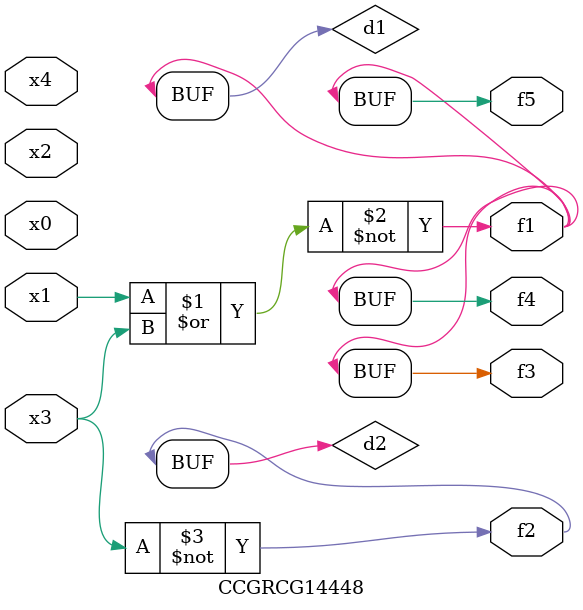
<source format=v>
module CCGRCG14448(
	input x0, x1, x2, x3, x4,
	output f1, f2, f3, f4, f5
);

	wire d1, d2;

	nor (d1, x1, x3);
	not (d2, x3);
	assign f1 = d1;
	assign f2 = d2;
	assign f3 = d1;
	assign f4 = d1;
	assign f5 = d1;
endmodule

</source>
